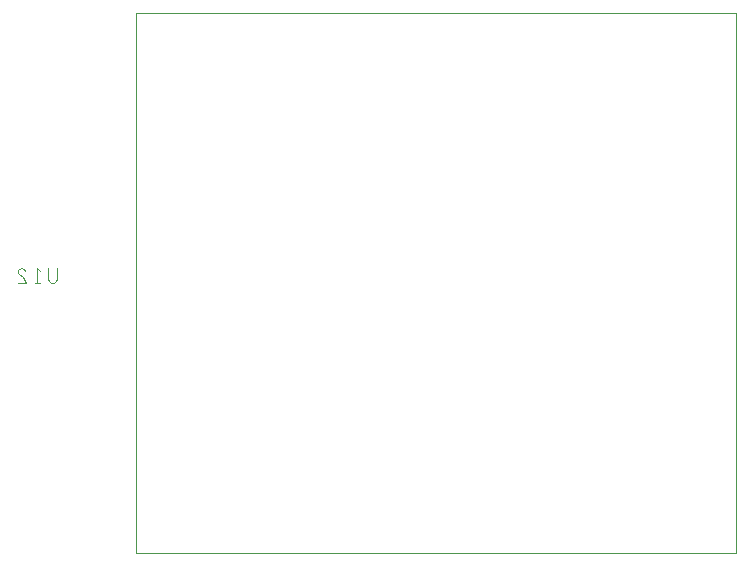
<source format=gbr>
G04 CAM350 V10.0.1 (Build 312) Date:  Fri Jul 29 09:56:06 2016 *
G04 Database: C:\arctmp\odbjob_v7\odbjob_v7.cam *
G04 Layer 6: ssb *
%FSLAX23Y23*%
%MOIN*%
%SFA1.000B1.000*%

%MIA0B0*%
%IPPOS*%
%ADD10C,0.00000*%
%LNssb*%
%LPD*%
G54D10*
X17000Y6500D02*
G01X15000D01*
Y6500D02*
G01Y8300D01*
Y8300D02*
G01X17000D01*
Y8300D02*
G01Y6500D01*
X14735Y7450D02*
G01Y7414D01*
Y7414D02*
G01X14732Y7407D01*
Y7407D02*
G01X14727Y7402D01*
Y7402D02*
G01X14721Y7400D01*
Y7400D02*
G01X14715Y7402D01*
Y7402D02*
G01X14710Y7407D01*
Y7407D02*
G01X14707Y7414D01*
Y7414D02*
G01Y7450D01*
X14670Y7400D02*
G01Y7450D01*
Y7450D02*
G01X14678Y7440D01*
Y7400D02*
G01X14662D01*
X14631Y7442D02*
G01X14627Y7447D01*
Y7447D02*
G01X14623Y7449D01*
Y7449D02*
G01X14618Y7450D01*
Y7450D02*
G01X14611Y7448D01*
Y7448D02*
G01X14607Y7444D01*
Y7444D02*
G01X14606Y7439D01*
Y7439D02*
G01Y7434D01*
Y7434D02*
G01X14609Y7430D01*
Y7430D02*
G01X14622Y7422D01*
Y7422D02*
G01X14627Y7416D01*
Y7416D02*
G01X14631Y7407D01*
Y7407D02*
G01X14632Y7400D01*
Y7400D02*
G01X14606D01*
M02*

</source>
